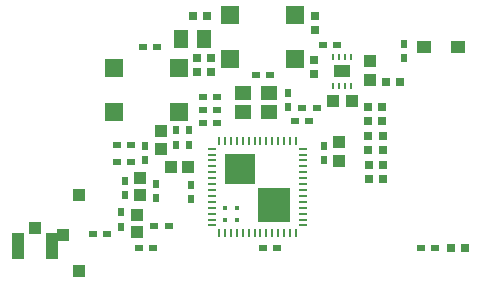
<source format=gbp>
G04 Layer_Color=128*
%FSLAX25Y25*%
%MOIN*%
G70*
G01*
G75*
%ADD43R,0.03150X0.02362*%
%ADD44R,0.03150X0.02756*%
%ADD45R,0.02756X0.03150*%
%ADD46R,0.05118X0.05906*%
%ADD47R,0.02362X0.03150*%
%ADD48R,0.05906X0.05906*%
%ADD49R,0.03937X0.03937*%
%ADD50R,0.03937X0.03937*%
%ADD51R,0.05512X0.04724*%
%ADD52R,0.10906X0.11417*%
%ADD53O,0.02835X0.00984*%
%ADD54O,0.00984X0.02835*%
%ADD55R,0.10315X0.10315*%
%ADD56R,0.01378X0.01378*%
%ADD57R,0.03937X0.04331*%
%ADD58R,0.04331X0.03937*%
%ADD61R,0.04921X0.04134*%
%ADD62R,0.04134X0.08661*%
%ADD63R,0.03937X0.04134*%
%ADD113R,0.00984X0.01969*%
%ADD114R,0.00984X0.01969*%
%ADD115R,0.05610X0.04488*%
%ADD116R,0.01181X0.00000*%
D43*
X86494Y4133D02*
D03*
X81770D02*
D03*
X83071Y71161D02*
D03*
X87795D02*
D03*
X180315Y4331D02*
D03*
X175591D02*
D03*
X127657Y4134D02*
D03*
X122933D02*
D03*
X107809Y45782D02*
D03*
X103084D02*
D03*
X86811Y11417D02*
D03*
X91535D02*
D03*
X74311Y32972D02*
D03*
X79035D02*
D03*
X79069Y38696D02*
D03*
X74344D02*
D03*
X66321Y8954D02*
D03*
X71045D02*
D03*
X107809Y54444D02*
D03*
X103084D02*
D03*
X107809Y50113D02*
D03*
X103084D02*
D03*
X120638Y61992D02*
D03*
X125362D02*
D03*
X136155Y50900D02*
D03*
X140880D02*
D03*
X133793Y46570D02*
D03*
X138517D02*
D03*
X143110Y71752D02*
D03*
X147835D02*
D03*
D44*
X99777Y81672D02*
D03*
X104501D02*
D03*
X190256Y4331D02*
D03*
X185531D02*
D03*
X162894Y41535D02*
D03*
X158169D02*
D03*
X162894Y36811D02*
D03*
X158169D02*
D03*
X164075Y59547D02*
D03*
X168799D02*
D03*
D45*
X140220Y76751D02*
D03*
Y81476D02*
D03*
X105682Y67601D02*
D03*
Y62877D02*
D03*
X162697Y46457D02*
D03*
Y51181D02*
D03*
X157972Y51181D02*
D03*
Y46457D02*
D03*
X100958Y67601D02*
D03*
Y62877D02*
D03*
X139961Y67027D02*
D03*
Y62303D02*
D03*
X162992Y27165D02*
D03*
Y31890D02*
D03*
X158268Y31890D02*
D03*
Y27165D02*
D03*
D46*
X103223Y73997D02*
D03*
X95742D02*
D03*
D47*
X170177Y67421D02*
D03*
Y72146D02*
D03*
X87303Y20965D02*
D03*
Y25689D02*
D03*
X83760Y38287D02*
D03*
Y33563D02*
D03*
X75787Y16043D02*
D03*
Y11319D02*
D03*
X77067Y26575D02*
D03*
Y21850D02*
D03*
X94029Y43420D02*
D03*
Y38696D02*
D03*
X98360Y43420D02*
D03*
Y38696D02*
D03*
X99147Y20585D02*
D03*
Y25310D02*
D03*
X131431Y51294D02*
D03*
Y56018D02*
D03*
X143242Y38302D02*
D03*
Y33577D02*
D03*
D48*
X133529Y67207D02*
D03*
Y81774D02*
D03*
X111875Y67207D02*
D03*
X111875Y81774D02*
D03*
X95153Y49692D02*
D03*
Y64259D02*
D03*
X73499Y49692D02*
D03*
X73499Y64259D02*
D03*
D49*
X158563Y60138D02*
D03*
Y66437D02*
D03*
X148360Y33184D02*
D03*
Y39483D02*
D03*
X56292Y8437D02*
D03*
X61792Y21937D02*
D03*
Y-3563D02*
D03*
D50*
X152756Y53347D02*
D03*
X146457D02*
D03*
D51*
X116506Y49690D02*
D03*
X125167Y55990D02*
D03*
X125167Y49690D02*
D03*
X116506Y55990D02*
D03*
D52*
X126706Y18617D02*
D03*
D53*
X136470Y37318D02*
D03*
Y35349D02*
D03*
Y33381D02*
D03*
Y31412D02*
D03*
Y29444D02*
D03*
Y27475D02*
D03*
Y25507D02*
D03*
Y23538D02*
D03*
Y21570D02*
D03*
Y19601D02*
D03*
Y17633D02*
D03*
Y15664D02*
D03*
Y13696D02*
D03*
Y11727D02*
D03*
X105919D02*
D03*
Y13696D02*
D03*
Y15664D02*
D03*
Y17633D02*
D03*
Y19601D02*
D03*
Y21570D02*
D03*
Y23538D02*
D03*
Y25507D02*
D03*
Y27475D02*
D03*
Y29444D02*
D03*
Y31412D02*
D03*
Y33381D02*
D03*
Y35349D02*
D03*
Y37318D02*
D03*
D54*
X133990Y9247D02*
D03*
X132021D02*
D03*
X130053D02*
D03*
X128084D02*
D03*
X126116D02*
D03*
X124147D02*
D03*
X122179D02*
D03*
X120210D02*
D03*
X118242D02*
D03*
X116273D02*
D03*
X114305D02*
D03*
X112336D02*
D03*
X110368D02*
D03*
X108399D02*
D03*
Y39798D02*
D03*
X110368D02*
D03*
X112336D02*
D03*
X114305D02*
D03*
X116273D02*
D03*
X118242D02*
D03*
X120210D02*
D03*
X122179D02*
D03*
X124147D02*
D03*
X126116D02*
D03*
X128084D02*
D03*
X130053D02*
D03*
X132021D02*
D03*
X133990D02*
D03*
D55*
X115289Y30428D02*
D03*
D56*
X114305Y17633D02*
D03*
X110368D02*
D03*
X114305Y13696D02*
D03*
X110368D02*
D03*
D57*
X81168Y15340D02*
D03*
Y9434D02*
D03*
X82185Y27657D02*
D03*
Y21752D02*
D03*
X88911Y43223D02*
D03*
Y37318D02*
D03*
D58*
X98163Y31215D02*
D03*
X92258D02*
D03*
D61*
X187894Y71260D02*
D03*
X176673D02*
D03*
D62*
X41240Y4823D02*
D03*
X52854D02*
D03*
D63*
X47047Y10827D02*
D03*
D113*
X152362Y68012D02*
D03*
X152362Y58170D02*
D03*
D114*
X150395Y68010D02*
D03*
X148424Y68012D02*
D03*
X146456Y68010D02*
D03*
X150397Y58170D02*
D03*
X148425Y58169D02*
D03*
X146459Y58169D02*
D03*
D115*
X149415Y63091D02*
D03*
D116*
X149409Y63090D02*
D03*
M02*

</source>
